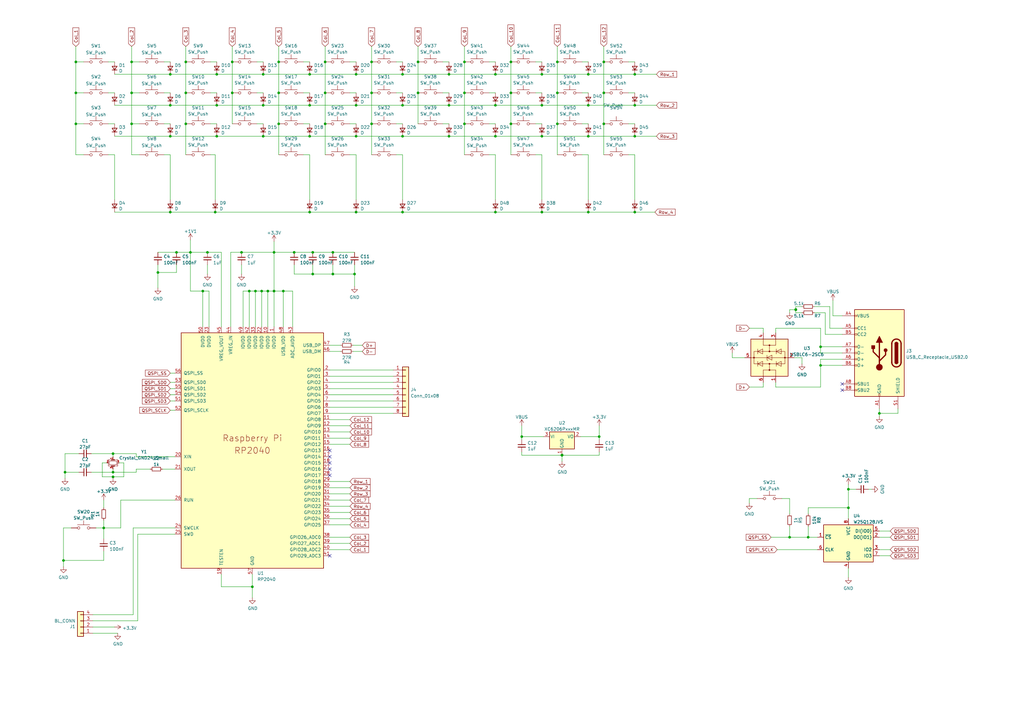
<source format=kicad_sch>
(kicad_sch (version 20211123) (generator eeschema)
  (paper "A3")
  (junction (at 241.3 55.88))
  (junction (at 245.745 179.07))
  (junction (at 247.65 25.4))
  (junction (at 323.85 220.345))
  (junction (at 171.45 25.4))
  (junction (at 127 86.995))
  (junction (at 127 30.48))
  (junction (at 31.115 25.4))
  (junction (at 146.05 30.48))
  (junction (at 76.2 50.8))
  (junction (at 109.855 119.38))
  (junction (at 114.3 50.8))
  (junction (at 88.265 86.995))
  (junction (at 120.65 103.505))
  (junction (at 260.35 43.18))
  (junction (at 26.035 229.87))
  (junction (at 152.4 38.1))
  (junction (at 213.995 179.07))
  (junction (at 222.25 55.88))
  (junction (at 203.2 30.48))
  (junction (at 127 43.18))
  (junction (at 69.85 30.48))
  (junction (at 116.205 119.38))
  (junction (at 203.2 86.995))
  (junction (at 146.05 86.995))
  (junction (at 331.47 220.345))
  (junction (at 102.235 119.38))
  (junction (at 165.1 30.48))
  (junction (at 69.85 86.995))
  (junction (at 165.1 86.995))
  (junction (at 247.65 50.8))
  (junction (at 241.3 43.18))
  (junction (at 230.505 186.69) (diameter 1.016))
  (junction (at 46.355 186.055))
  (junction (at 241.3 86.995))
  (junction (at 133.35 50.8))
  (junction (at 222.25 86.995))
  (junction (at 209.55 50.8))
  (junction (at 72.39 103.505))
  (junction (at 360.68 169.545))
  (junction (at 165.1 43.18))
  (junction (at 114.3 38.1))
  (junction (at 260.35 86.995))
  (junction (at 46.355 195.58))
  (junction (at 88.9 55.88))
  (junction (at 165.1 55.88))
  (junction (at 136.525 103.505))
  (junction (at 133.35 25.4))
  (junction (at 88.9 30.48))
  (junction (at 78.105 103.505))
  (junction (at 76.2 25.4))
  (junction (at 203.2 55.88))
  (junction (at 127 55.88))
  (junction (at 347.98 200.66))
  (junction (at 146.05 43.18))
  (junction (at 76.2 38.1))
  (junction (at 209.55 25.4))
  (junction (at 241.3 30.48))
  (junction (at 107.95 30.48))
  (junction (at 136.525 112.395))
  (junction (at 107.95 43.18))
  (junction (at 184.15 55.88))
  (junction (at 85.09 103.505))
  (junction (at 99.06 103.505))
  (junction (at 326.39 127) (diameter 1.016))
  (junction (at 83.185 119.38))
  (junction (at 228.6 38.1))
  (junction (at 103.505 240.665))
  (junction (at 247.65 38.1))
  (junction (at 133.35 38.1))
  (junction (at 69.85 43.18))
  (junction (at 53.975 25.4))
  (junction (at 347.98 208.28))
  (junction (at 190.5 25.4))
  (junction (at 46.355 193.675))
  (junction (at 146.05 55.88))
  (junction (at 228.6 50.8))
  (junction (at 64.77 111.76))
  (junction (at 88.9 43.18))
  (junction (at 107.95 55.88))
  (junction (at 128.27 112.395))
  (junction (at 145.415 112.395))
  (junction (at 336.55 149.86))
  (junction (at 128.27 103.505))
  (junction (at 31.115 38.1))
  (junction (at 203.2 43.18))
  (junction (at 209.55 38.1))
  (junction (at 95.25 38.1))
  (junction (at 114.3 25.4))
  (junction (at 336.55 142.24))
  (junction (at 190.5 38.1))
  (junction (at 260.35 30.48))
  (junction (at 222.25 30.48))
  (junction (at 190.5 50.8))
  (junction (at 31.115 50.8))
  (junction (at 53.975 50.8))
  (junction (at 152.4 25.4))
  (junction (at 260.35 55.88))
  (junction (at 95.25 25.4))
  (junction (at 42.545 216.535))
  (junction (at 112.395 119.38))
  (junction (at 107.315 119.38))
  (junction (at 184.15 30.48))
  (junction (at 152.4 50.8))
  (junction (at 53.975 38.1))
  (junction (at 26.67 193.675))
  (junction (at 222.25 43.18))
  (junction (at 112.395 103.505))
  (junction (at 69.85 55.88))
  (junction (at 104.775 119.38))
  (junction (at 228.6 25.4))
  (junction (at 171.45 38.1))
  (junction (at 184.15 43.18))
  (no_connect (at 345.44 160.02))
  (no_connect (at 135.255 184.785))
  (no_connect (at 135.255 192.405))
  (no_connect (at 135.255 194.945))
  (no_connect (at 345.44 157.48))
  (no_connect (at 135.255 187.325))
  (no_connect (at 135.255 189.865))
  (no_connect (at 135.255 227.965))
  (wire (pts (xy 135.255 182.245) (xy 143.51 182.245)))
  (wire (pts (xy 46.99 30.48) (xy 69.85 30.48)))
  (wire (pts (xy 307.34 206.375) (xy 307.34 204.47)))
  (wire (pts (xy 238.76 50.8) (xy 241.3 50.8)))
  (wire (pts (xy 143.51 220.345) (xy 135.255 220.345)))
  (wire (pts (xy 55.88 187.325) (xy 71.755 187.325)))
  (wire (pts (xy 326.39 125.73) (xy 326.39 127)))
  (wire (pts (xy 76.2 25.4) (xy 76.2 38.1)))
  (wire (pts (xy 143.51 174.625) (xy 135.255 174.625)))
  (wire (pts (xy 162.56 63.5) (xy 165.1 63.5)))
  (wire (pts (xy 133.35 25.4) (xy 133.35 38.1)))
  (wire (pts (xy 238.76 38.1) (xy 241.3 38.1)))
  (wire (pts (xy 161.29 159.385) (xy 135.255 159.385)))
  (wire (pts (xy 334.01 125.73) (xy 340.36 125.73)))
  (wire (pts (xy 67.31 25.4) (xy 69.85 25.4)))
  (wire (pts (xy 112.395 103.505) (xy 120.65 103.505)))
  (wire (pts (xy 120.65 112.395) (xy 128.27 112.395)))
  (wire (pts (xy 323.85 127) (xy 323.85 128.27)))
  (wire (pts (xy 53.975 25.4) (xy 57.15 25.4)))
  (wire (pts (xy 56.515 219.075) (xy 56.515 254.635)))
  (wire (pts (xy 64.77 111.76) (xy 64.77 118.11)))
  (wire (pts (xy 76.2 50.8) (xy 76.2 63.5)))
  (wire (pts (xy 200.66 50.8) (xy 203.2 50.8)))
  (wire (pts (xy 95.25 25.4) (xy 95.25 38.1)))
  (wire (pts (xy 114.3 38.1) (xy 114.3 50.8)))
  (wire (pts (xy 107.315 119.38) (xy 107.315 133.985)))
  (wire (pts (xy 148.59 144.145) (xy 144.78 144.145)))
  (wire (pts (xy 37.465 193.675) (xy 46.355 193.675)))
  (wire (pts (xy 99.695 119.38) (xy 102.235 119.38)))
  (wire (pts (xy 300.355 146.685) (xy 300.355 144.78)))
  (wire (pts (xy 102.235 119.38) (xy 102.235 133.985)))
  (wire (pts (xy 128.27 103.505) (xy 136.525 103.505)))
  (wire (pts (xy 53.975 19.05) (xy 53.975 25.4)))
  (wire (pts (xy 318.77 225.425) (xy 335.28 225.425)))
  (wire (pts (xy 26.67 186.055) (xy 26.67 193.675)))
  (wire (pts (xy 99.06 103.505) (xy 112.395 103.505)))
  (wire (pts (xy 46.355 193.675) (xy 55.88 193.675)))
  (wire (pts (xy 326.39 128.27) (xy 328.93 128.27)))
  (wire (pts (xy 69.85 86.995) (xy 88.265 86.995)))
  (wire (pts (xy 228.6 25.4) (xy 228.6 38.1)))
  (wire (pts (xy 165.1 86.995) (xy 203.2 86.995)))
  (wire (pts (xy 66.675 192.405) (xy 71.755 192.405)))
  (wire (pts (xy 146.05 30.48) (xy 165.1 30.48)))
  (wire (pts (xy 107.95 30.48) (xy 127 30.48)))
  (wire (pts (xy 54.61 252.095) (xy 54.61 216.535)))
  (wire (pts (xy 357.505 200.66) (xy 356.235 200.66)))
  (wire (pts (xy 146.05 63.5) (xy 146.05 81.915)))
  (wire (pts (xy 26.67 193.675) (xy 26.67 196.215)))
  (wire (pts (xy 112.395 119.38) (xy 116.205 119.38)))
  (wire (pts (xy 41.91 189.865) (xy 41.91 195.58)))
  (wire (pts (xy 67.31 63.5) (xy 69.85 63.5)))
  (wire (pts (xy 368.3 169.545) (xy 360.68 169.545)))
  (wire (pts (xy 165.1 43.18) (xy 184.15 43.18)))
  (wire (pts (xy 76.2 19.05) (xy 76.2 25.4)))
  (wire (pts (xy 190.5 25.4) (xy 190.5 38.1)))
  (wire (pts (xy 69.85 156.845) (xy 71.755 156.845)))
  (wire (pts (xy 181.61 50.8) (xy 184.15 50.8)))
  (wire (pts (xy 347.98 200.66) (xy 347.98 208.28)))
  (wire (pts (xy 86.36 63.5) (xy 88.265 63.5)))
  (wire (pts (xy 38.1 257.175) (xy 46.99 257.175)))
  (wire (pts (xy 148.59 141.605) (xy 144.78 141.605)))
  (wire (pts (xy 143.51 200.025) (xy 135.255 200.025)))
  (wire (pts (xy 88.9 30.48) (xy 107.95 30.48)))
  (wire (pts (xy 133.35 50.8) (xy 133.985 50.8)))
  (wire (pts (xy 219.71 25.4) (xy 222.25 25.4)))
  (wire (pts (xy 247.65 19.05) (xy 247.65 25.4)))
  (wire (pts (xy 323.85 210.82) (xy 323.85 204.47)))
  (wire (pts (xy 320.675 204.47) (xy 323.85 204.47)))
  (wire (pts (xy 336.55 142.24) (xy 336.55 134.62)))
  (wire (pts (xy 331.47 220.345) (xy 335.28 220.345)))
  (wire (pts (xy 124.46 38.1) (xy 127 38.1)))
  (wire (pts (xy 109.855 119.38) (xy 112.395 119.38)))
  (wire (pts (xy 116.205 119.38) (xy 116.205 133.985)))
  (wire (pts (xy 146.05 86.995) (xy 165.1 86.995)))
  (wire (pts (xy 67.31 38.1) (xy 69.85 38.1)))
  (wire (pts (xy 143.51 202.565) (xy 135.255 202.565)))
  (wire (pts (xy 323.85 215.9) (xy 323.85 220.345)))
  (wire (pts (xy 39.37 216.535) (xy 42.545 216.535)))
  (wire (pts (xy 184.15 55.88) (xy 203.2 55.88)))
  (wire (pts (xy 31.115 50.8) (xy 31.115 63.5)))
  (wire (pts (xy 318.135 134.62) (xy 318.135 136.525)))
  (wire (pts (xy 124.46 25.4) (xy 127 25.4)))
  (wire (pts (xy 31.115 38.1) (xy 31.115 50.8)))
  (wire (pts (xy 222.25 63.5) (xy 222.25 81.915)))
  (wire (pts (xy 323.85 220.345) (xy 331.47 220.345)))
  (wire (pts (xy 209.55 50.8) (xy 209.55 63.5)))
  (wire (pts (xy 104.775 119.38) (xy 104.775 133.985)))
  (wire (pts (xy 85.09 103.505) (xy 90.805 103.505)))
  (wire (pts (xy 31.115 25.4) (xy 34.29 25.4)))
  (wire (pts (xy 143.51 210.185) (xy 135.255 210.185)))
  (wire (pts (xy 69.85 63.5) (xy 69.85 81.915)))
  (wire (pts (xy 38.1 252.095) (xy 54.61 252.095)))
  (wire (pts (xy 146.05 55.88) (xy 165.1 55.88)))
  (wire (pts (xy 340.36 125.73) (xy 340.36 134.62)))
  (wire (pts (xy 107.95 55.88) (xy 127 55.88)))
  (wire (pts (xy 143.51 177.165) (xy 135.255 177.165)))
  (wire (pts (xy 107.95 43.18) (xy 127 43.18)))
  (wire (pts (xy 328.93 125.73) (xy 326.39 125.73)))
  (wire (pts (xy 69.85 168.275) (xy 71.755 168.275)))
  (wire (pts (xy 257.81 25.4) (xy 260.35 25.4)))
  (wire (pts (xy 105.41 38.1) (xy 107.95 38.1)))
  (wire (pts (xy 326.39 127) (xy 326.39 128.27)))
  (wire (pts (xy 260.35 43.18) (xy 269.24 43.18)))
  (wire (pts (xy 360.68 169.545) (xy 360.68 167.64)))
  (wire (pts (xy 139.7 144.145) (xy 135.255 144.145)))
  (wire (pts (xy 360.68 170.815) (xy 360.68 169.545)))
  (wire (pts (xy 83.185 119.38) (xy 85.725 119.38)))
  (wire (pts (xy 260.35 55.88) (xy 269.24 55.88)))
  (wire (pts (xy 46.355 195.58) (xy 46.355 196.215)))
  (wire (pts (xy 190.5 38.1) (xy 190.5 50.8)))
  (wire (pts (xy 313.055 156.845) (xy 313.055 158.75)))
  (wire (pts (xy 345.44 142.24) (xy 336.55 142.24)))
  (wire (pts (xy 209.55 19.05) (xy 209.55 25.4)))
  (wire (pts (xy 128.27 112.395) (xy 128.27 108.585)))
  (wire (pts (xy 340.36 134.62) (xy 345.44 134.62)))
  (wire (pts (xy 245.745 185.42) (xy 245.745 186.69)))
  (wire (pts (xy 127 55.88) (xy 146.05 55.88)))
  (wire (pts (xy 143.51 179.705) (xy 135.255 179.705)))
  (wire (pts (xy 203.2 63.5) (xy 203.2 81.915)))
  (wire (pts (xy 190.5 19.05) (xy 190.5 25.4)))
  (wire (pts (xy 116.205 119.38) (xy 120.015 119.38)))
  (wire (pts (xy 31.115 63.5) (xy 34.29 63.5)))
  (wire (pts (xy 90.805 103.505) (xy 90.805 133.985)))
  (wire (pts (xy 360.68 220.345) (xy 365.125 220.345)))
  (wire (pts (xy 247.65 38.1) (xy 247.65 50.8)))
  (wire (pts (xy 143.51 63.5) (xy 146.05 63.5)))
  (wire (pts (xy 345.44 149.86) (xy 336.55 149.86)))
  (wire (pts (xy 95.25 38.1) (xy 95.25 50.8)))
  (wire (pts (xy 136.525 112.395) (xy 145.415 112.395)))
  (wire (pts (xy 120.015 119.38) (xy 120.015 133.985)))
  (wire (pts (xy 241.3 63.5) (xy 241.3 81.915)))
  (wire (pts (xy 31.115 19.05) (xy 31.115 25.4)))
  (wire (pts (xy 360.68 225.425) (xy 365.125 225.425)))
  (wire (pts (xy 184.15 43.18) (xy 203.2 43.18)))
  (wire (pts (xy 44.45 50.8) (xy 46.99 50.8)))
  (wire (pts (xy 345.44 144.78) (xy 336.55 144.78)))
  (wire (pts (xy 135.255 169.545) (xy 161.29 169.545)))
  (wire (pts (xy 38.1 259.715) (xy 48.26 259.715)))
  (wire (pts (xy 336.55 158.75) (xy 318.135 158.75)))
  (wire (pts (xy 107.315 119.38) (xy 109.855 119.38)))
  (wire (pts (xy 200.66 25.4) (xy 203.2 25.4)))
  (wire (pts (xy 209.55 25.4) (xy 209.55 38.1)))
  (wire (pts (xy 46.355 195.58) (xy 50.8 195.58)))
  (wire (pts (xy 143.51 197.485) (xy 135.255 197.485)))
  (wire (pts (xy 162.56 25.4) (xy 165.1 25.4)))
  (wire (pts (xy 102.235 119.38) (xy 104.775 119.38)))
  (wire (pts (xy 78.105 103.505) (xy 85.09 103.505)))
  (wire (pts (xy 181.61 38.1) (xy 184.15 38.1)))
  (wire (pts (xy 50.8 195.58) (xy 50.8 189.865)))
  (wire (pts (xy 103.505 245.11) (xy 103.505 240.665)))
  (wire (pts (xy 241.3 86.995) (xy 260.35 86.995)))
  (wire (pts (xy 328.93 146.685) (xy 328.93 149.225)))
  (wire (pts (xy 44.45 38.1) (xy 46.99 38.1)))
  (wire (pts (xy 69.85 164.465) (xy 71.755 164.465)))
  (wire (pts (xy 76.2 38.1) (xy 76.2 50.8)))
  (wire (pts (xy 53.975 50.8) (xy 53.975 63.5)))
  (wire (pts (xy 345.44 129.54) (xy 341.63 129.54)))
  (wire (pts (xy 127 43.18) (xy 146.05 43.18)))
  (wire (pts (xy 124.46 50.8) (xy 127 50.8)))
  (wire (pts (xy 139.7 141.605) (xy 135.255 141.605)))
  (wire (pts (xy 347.98 236.855) (xy 347.98 233.045)))
  (wire (pts (xy 127 63.5) (xy 127 81.915)))
  (wire (pts (xy 133.35 19.05) (xy 133.35 25.4)))
  (wire (pts (xy 42.545 226.06) (xy 42.545 229.87)))
  (wire (pts (xy 54.61 216.535) (xy 71.755 216.535)))
  (wire (pts (xy 213.995 174.625) (xy 213.995 179.07)))
  (wire (pts (xy 46.355 186.055) (xy 55.88 186.055)))
  (wire (pts (xy 181.61 25.4) (xy 184.15 25.4)))
  (wire (pts (xy 222.25 86.995) (xy 241.3 86.995)))
  (wire (pts (xy 72.39 108.585) (xy 72.39 111.76)))
  (wire (pts (xy 103.505 240.665) (xy 103.505 235.585)))
  (wire (pts (xy 69.85 55.88) (xy 88.9 55.88)))
  (wire (pts (xy 86.36 50.8) (xy 88.9 50.8)))
  (wire (pts (xy 247.65 50.8) (xy 247.65 63.5)))
  (wire (pts (xy 37.465 186.055) (xy 46.355 186.055)))
  (wire (pts (xy 53.975 50.8) (xy 57.15 50.8)))
  (wire (pts (xy 161.29 161.925) (xy 135.255 161.925)))
  (wire (pts (xy 345.44 137.16) (xy 338.455 137.16)))
  (wire (pts (xy 307.34 158.75) (xy 313.055 158.75)))
  (wire (pts (xy 112.395 119.38) (xy 112.395 103.505)))
  (wire (pts (xy 120.65 112.395) (xy 120.65 108.585)))
  (wire (pts (xy 161.29 154.305) (xy 135.255 154.305)))
  (wire (pts (xy 213.995 180.34) (xy 213.995 179.07)))
  (wire (pts (xy 152.4 19.05) (xy 152.4 25.4)))
  (wire (pts (xy 143.51 207.645) (xy 135.255 207.645)))
  (wire (pts (xy 143.51 222.885) (xy 135.255 222.885)))
  (wire (pts (xy 360.68 227.965) (xy 365.125 227.965)))
  (wire (pts (xy 94.615 103.505) (xy 99.06 103.505)))
  (wire (pts (xy 331.47 208.28) (xy 347.98 208.28)))
  (wire (pts (xy 69.85 159.385) (xy 71.755 159.385)))
  (wire (pts (xy 69.85 43.18) (xy 88.9 43.18)))
  (wire (pts (xy 114.3 25.4) (xy 114.3 38.1)))
  (wire (pts (xy 347.98 200.66) (xy 351.155 200.66)))
  (wire (pts (xy 325.755 146.685) (xy 328.93 146.685)))
  (wire (pts (xy 26.67 193.675) (xy 32.385 193.675)))
  (wire (pts (xy 203.2 55.88) (xy 222.25 55.88)))
  (wire (pts (xy 53.975 38.1) (xy 57.15 38.1)))
  (wire (pts (xy 318.135 158.75) (xy 318.135 156.845)))
  (wire (pts (xy 133.35 50.8) (xy 133.35 63.5)))
  (wire (pts (xy 46.355 192.405) (xy 46.355 193.675)))
  (wire (pts (xy 213.995 179.07) (xy 222.885 179.07)))
  (wire (pts (xy 203.2 43.18) (xy 222.25 43.18)))
  (wire (pts (xy 53.975 25.4) (xy 53.975 38.1)))
  (wire (pts (xy 43.815 189.865) (xy 41.91 189.865)))
  (wire (pts (xy 241.3 30.48) (xy 260.35 30.48)))
  (wire (pts (xy 200.66 63.5) (xy 203.2 63.5)))
  (wire (pts (xy 222.25 30.48) (xy 241.3 30.48)))
  (wire (pts (xy 78.105 119.38) (xy 83.185 119.38)))
  (wire (pts (xy 213.995 185.42) (xy 213.995 186.69)))
  (wire (pts (xy 50.8 189.865) (xy 48.895 189.865)))
  (wire (pts (xy 219.71 38.1) (xy 222.25 38.1)))
  (wire (pts (xy 120.65 103.505) (xy 128.27 103.505)))
  (wire (pts (xy 90.805 235.585) (xy 90.805 240.665)))
  (wire (pts (xy 143.51 225.425) (xy 135.255 225.425)))
  (wire (pts (xy 209.55 38.1) (xy 209.55 50.8)))
  (wire (pts (xy 238.125 179.07) (xy 245.745 179.07)))
  (wire (pts (xy 143.51 212.725) (xy 135.255 212.725)))
  (wire (pts (xy 171.45 25.4) (xy 171.45 38.1)))
  (wire (pts (xy 165.1 55.88) (xy 184.15 55.88)))
  (wire (pts (xy 238.76 63.5) (xy 241.3 63.5)))
  (wire (pts (xy 360.68 217.805) (xy 365.125 217.805)))
  (wire (pts (xy 143.51 205.105) (xy 135.255 205.105)))
  (wire (pts (xy 213.995 186.69) (xy 230.505 186.69)))
  (wire (pts (xy 133.35 38.1) (xy 133.35 50.8)))
  (wire (pts (xy 55.88 192.405) (xy 55.88 193.675)))
  (wire (pts (xy 88.9 43.18) (xy 107.95 43.18)))
  (wire (pts (xy 260.35 30.48) (xy 269.24 30.48)))
  (wire (pts (xy 143.51 215.265) (xy 135.255 215.265)))
  (wire (pts (xy 336.55 144.78) (xy 336.55 142.24)))
  (wire (pts (xy 67.31 50.8) (xy 69.85 50.8)))
  (wire (pts (xy 257.81 50.8) (xy 260.35 50.8)))
  (wire (pts (xy 307.34 204.47) (xy 310.515 204.47)))
  (wire (pts (xy 190.5 50.8) (xy 190.5 63.5)))
  (wire (pts (xy 368.3 167.64) (xy 368.3 169.545)))
  (wire (pts (xy 136.525 103.505) (xy 145.415 103.505)))
  (wire (pts (xy 161.29 156.845) (xy 135.255 156.845)))
  (wire (pts (xy 44.45 25.4) (xy 46.99 25.4)))
  (wire (pts (xy 99.06 108.585) (xy 99.06 112.395)))
  (wire (pts (xy 83.185 133.985) (xy 83.185 119.38)))
  (wire (pts (xy 146.05 43.18) (xy 165.1 43.18)))
  (wire (pts (xy 336.55 147.32) (xy 345.44 147.32)))
  (wire (pts (xy 165.1 63.5) (xy 165.1 81.915)))
  (wire (pts (xy 26.035 232.41) (xy 26.035 229.87)))
  (wire (pts (xy 338.455 128.27) (xy 334.01 128.27)))
  (wire (pts (xy 228.6 50.8) (xy 228.6 63.5)))
  (wire (pts (xy 245.745 180.34) (xy 245.745 179.07)))
  (wire (pts (xy 127 86.995) (xy 146.05 86.995)))
  (wire (pts (xy 105.41 50.8) (xy 107.95 50.8)))
  (wire (pts (xy 336.55 134.62) (xy 318.135 134.62)))
  (wire (pts (xy 26.035 229.87) (xy 42.545 229.87)))
  (wire (pts (xy 86.36 25.4) (xy 88.9 25.4)))
  (wire (pts (xy 69.85 153.035) (xy 71.755 153.035)))
  (wire (pts (xy 72.39 111.76) (xy 64.77 111.76)))
  (wire (pts (xy 347.98 198.755) (xy 347.98 200.66)))
  (wire (pts (xy 112.395 103.505) (xy 112.395 99.06)))
  (wire (pts (xy 69.85 30.48) (xy 88.9 30.48)))
  (wire (pts (xy 305.435 146.685) (xy 300.355 146.685)))
  (wire (pts (xy 222.25 43.18) (xy 241.3 43.18)))
  (wire (pts (xy 331.47 210.82) (xy 331.47 208.28)))
  (wire (pts (xy 88.9 55.88) (xy 107.95 55.88)))
  (wire (pts (xy 336.55 149.86) (xy 336.55 147.32)))
  (wire (pts (xy 257.81 63.5) (xy 260.35 63.5)))
  (wire (pts (xy 114.3 50.8) (xy 114.3 63.5)))
  (wire (pts (xy 313.055 136.525) (xy 313.055 134.62)))
  (wire (pts (xy 127 30.48) (xy 146.05 30.48)))
  (wire (pts (xy 46.99 55.88) (xy 69.85 55.88)))
  (wire (pts (xy 85.09 108.585) (xy 85.09 112.395)))
  (wire (pts (xy 143.51 172.085) (xy 135.255 172.085)))
  (wire (pts (xy 112.395 119.38) (xy 112.395 133.985)))
  (wire (pts (xy 42.545 213.36) (xy 42.545 216.535)))
  (wire (pts (xy 32.385 186.055) (xy 26.67 186.055)))
  (wire (pts (xy 46.99 43.18) (xy 69.85 43.18)))
  (wire (pts (xy 49.53 216.535) (xy 42.545 216.535)))
  (wire (pts (xy 85.725 133.985) (xy 85.725 119.38)))
  (wire (pts (xy 260.35 86.995) (xy 268.605 86.995)))
  (wire (pts (xy 46.99 63.5) (xy 46.99 81.915)))
  (wire (pts (xy 341.63 123.19) (xy 341.63 129.54)))
  (wire (pts (xy 31.115 25.4) (xy 31.115 38.1)))
  (wire (pts (xy 78.105 98.425) (xy 78.105 103.505)))
  (wire (pts (xy 152.4 25.4) (xy 152.4 38.1)))
  (wire (pts (xy 88.265 63.5) (xy 88.265 81.915)))
  (wire (pts (xy 55.88 192.405) (xy 61.595 192.405)))
  (wire (pts (xy 162.56 50.8) (xy 165.1 50.8)))
  (wire (pts (xy 136.525 112.395) (xy 136.525 108.585)))
  (wire (pts (xy 86.36 38.1) (xy 88.9 38.1)))
  (wire (pts (xy 336.55 149.86) (xy 336.55 158.75)))
  (wire (pts (xy 219.71 50.8) (xy 222.25 50.8)))
  (wire (pts (xy 161.29 167.005) (xy 135.255 167.005)))
  (wire (pts (xy 241.3 55.88) (xy 260.35 55.88)))
  (wire (pts (xy 71.755 205.105) (xy 49.53 205.105)))
  (wire (pts (xy 228.6 38.1) (xy 228.6 50.8)))
  (wire (pts (xy 41.91 195.58) (xy 46.355 195.58)))
  (wire (pts (xy 245.745 186.69) (xy 230.505 186.69)))
  (wire (pts (xy 222.25 63.5) (xy 219.71 63.5)))
  (wire (pts (xy 46.99 86.995) (xy 69.85 86.995)))
  (wire (pts (xy 145.415 112.395) (xy 145.415 117.475)))
  (wire (pts (xy 109.855 119.38) (xy 109.855 133.985)))
  (wire (pts (xy 316.23 220.345) (xy 323.85 220.345)))
  (wire (pts (xy 26.035 216.535) (xy 29.21 216.535)))
  (wire (pts (xy 203.2 30.48) (xy 222.25 30.48)))
  (wire (pts (xy 49.53 205.105) (xy 49.53 216.535)))
  (wire (pts (xy 241.3 43.18) (xy 260.35 43.18)))
  (wire (pts (xy 55.88 186.055) (xy 55.88 187.325)))
  (wire (pts (xy 152.4 50.8) (xy 152.4 63.5)))
  (wire (pts (xy 124.46 63.5) (xy 127 63.5)))
  (wire (pts (xy 42.545 205.105) (xy 42.545 208.28)))
  (wire (pts (xy 42.545 216.535) (xy 42.545 220.98)))
  (wire (pts (xy 64.77 108.585) (xy 64.77 111.76)))
  (wire (pts (xy 347.98 208.28) (xy 347.98 212.725)))
  (wire (pts (xy 104.775 119.38) (xy 107.315 119.38)))
  (wire (pts (xy 230.505 189.23) (xy 230.505 186.69)))
  (wire (pts (xy 203.2 86.995) (xy 222.25 86.995)))
  (wire (pts (xy 95.25 19.05) (xy 95.25 25.4)))
  (wire (pts (xy 44.45 63.5) (xy 46.99 63.5)))
  (wire (pts (xy 184.15 30.48) (xy 203.2 30.48)))
  (wire (pts (xy 31.115 50.8) (xy 34.29 50.8)))
  (wire (pts (xy 31.115 38.1) (xy 34.29 38.1)))
  (wire (pts (xy 69.85 161.925) (xy 71.755 161.925)))
  (wire (pts (xy 88.265 86.995) (xy 127 86.995)))
  (wire (pts (xy 165.1 30.48) (xy 184.15 30.48)))
  (wire (pts (xy 145.415 112.395) (xy 145.415 108.585)))
  (wire (pts (xy 307.34 134.62) (xy 313.055 134.62)))
  (wire (pts (xy 331.47 215.9) (xy 331.47 220.345)))
  (wire (pts (xy 257.81 38.1) (xy 260.35 38.1)))
  (wire (pts (xy 238.76 25.4) (xy 241.3 25.4)))
  (wire (pts (xy 46.355 186.055) (xy 46.355 187.325)))
  (wire (pts (xy 162.56 38.1) (xy 165.1 38.1)))
  (wire (pts (xy 260.35 63.5) (xy 260.35 81.915)))
  (wire (pts (xy 143.51 38.1) (xy 146.05 38.1)))
  (wire (pts (xy 71.755 219.075) (xy 56.515 219.075)))
  (wire (pts (xy 171.45 19.05) (xy 171.45 25.4)))
  (wire (pts (xy 161.29 164.465) (xy 135.255 164.465)))
  (wire (pts (xy 338.455 137.16) (xy 338.455 128.27)))
  (wire (pts (xy 135.255 151.765) (xy 161.29 151.765)))
  (wire (pts (xy 114.3 19.05) (xy 114.3 25.4)))
  (wire (pts (xy 247.65 25.4) (xy 247.65 38.1)))
  (wire (pts (xy 90.805 240.665) (xy 103.505 240.665)))
  (wire (pts (xy 171.45 38.1) (xy 171.45 50.8)))
  (wire (pts (xy 128.27 112.395) (xy 136.525 112.395)))
  (wire (pts (xy 228.6 19.05) (xy 228.6 25.4)))
  (wire (pts (xy 152.4 38.1) (xy 152.4 50.8)))
  (wire (pts (xy 245.745 174.625) (xy 245.745 179.07)))
  (wire (pts (xy 78.105 103.505) (xy 78.105 119.38)))
  (wire (pts (xy 64.77 103.505) (xy 72.39 103.505)))
  (wire (pts (xy 200.66 38.1) (xy 203.2 38.1)))
  (wire (pts (xy 222.25 55.88) (xy 241.3 55.88)))
  (wire (pts (xy 143.51 50.8) (xy 146.05 50.8)))
  (wire (pts (xy 38.1 254.635) (xy 56.515 254.635)))
  (wire (pts (xy 72.39 103.505) (xy 78.105 103.505)))
  (wire (pts (xy 94.615 103.505) (xy 94.615 133.985)))
  (wire (pts (xy 53.975 63.5) (xy 57.15 63.5)))
  (wire (pts (xy 99.695 133.985) (xy 99.695 119.38)))
  (wire (pts (xy 143.51 25.4) (xy 146.05 25.4)))
  (wire (pts (xy 326.39 127) (xy 323.85 127)))
  (wire (pts (xy 105.41 25.4) (xy 107.95 25.4)))
  (wire (pts (xy 26.035 229.87) (xy 26.035 216.535)))
  (wire (pts (xy 53.975 38.1) (xy 53.975 50.8)))
  (global_label "QSPI_SCLK" (shape input) (at 69.85 168.275 180) (property "Intersheet References" "${INTERSHEET_REFS}" (effects hide)))
  (global_label "QSPI_SD0" (shape input) (at 365.125 217.805 0) (property "Intersheet References" "${INTERSHEET_REFS}" (effects hide)))
  (global_label "QSPI_SD1" (shape input) (at 365.125 220.345 0) (property "Intersheet References" "${INTERSHEET_REFS}" (effects hide)))
  (global_label "Col_9" (shape input) (at 143.51 179.705 0) (property "Intersheet References" "${INTERSHEET_REFS}" (effects hide)))
  (global_label "Row_2" (shape input) (at 143.51 200.025 0) (property "Intersheet References" "${INTERSHEET_REFS}" (effects hide)))
  (global_label "Col_10" (shape input) (at 143.51 177.165 0) (property "Intersheet References" "${INTERSHEET_REFS}" (effects hide)))
  (global_label "Col_4" (shape input) (at 143.51 215.265 0) (property "Intersheet References" "${INTERSHEET_REFS}" (effects hide)))
  (global_label "Col_7" (shape input) (at 143.51 205.105 0) (property "Intersheet References" "${INTERSHEET_REFS}" (effects hide)))
  (global_label "Row_1" (shape input) (at 143.51 197.485 0) (property "Intersheet References" "${INTERSHEET_REFS}" (effects hide)))
  (global_label "Row_1" (shape input) (at 269.24 30.48 0) (property "Intersheet References" "${INTERSHEET_REFS}" (effects hide)))
  (global_label "QSPI_SS" (shape input) (at 316.23 220.345 180) (property "Intersheet References" "${INTERSHEET_REFS}" (effects hide)))
  (global_label "QSPI_SD2" (shape input) (at 69.85 161.925 180) (property "Intersheet References" "${INTERSHEET_REFS}" (effects hide)))
  (global_label "QSPI_SD1" (shape input) (at 69.85 159.385 180) (property "Intersheet References" "${INTERSHEET_REFS}" (effects hide)))
  (global_label "Col_12" (shape input) (at 247.65 19.05 90) (property "Intersheet References" "${INTERSHEET_REFS}" (effects hide)))
  (global_label "QSPI_SD3" (shape input) (at 69.85 164.465 180) (property "Intersheet References" "${INTERSHEET_REFS}" (effects hide)))
  (global_label "Row_2" (shape input) (at 269.24 43.18 0) (property "Intersheet References" "${INTERSHEET_REFS}" (effects hide)))
  (global_label "Col_12" (shape input) (at 143.51 172.085 0) (property "Intersheet References" "${INTERSHEET_REFS}" (effects hide)))
  (global_label "D+" (shape input) (at 148.59 141.605 0) (property "Intersheet References" "${INTERSHEET_REFS}" (effects hide)))
  (global_label "Col_3" (shape input) (at 76.2 19.05 90) (property "Intersheet References" "${INTERSHEET_REFS}" (effects hide)))
  (global_label "Col_4" (shape input) (at 95.25 19.05 90) (property "Intersheet References" "${INTERSHEET_REFS}" (effects hide)))
  (global_label "Col_2" (shape input) (at 143.51 222.885 0) (property "Intersheet References" "${INTERSHEET_REFS}" (effects hide)))
  (global_label "Row_4" (shape input) (at 268.605 86.995 0) (property "Intersheet References" "${INTERSHEET_REFS}" (effects hide)))
  (global_label "Col_8" (shape input) (at 171.45 19.05 90) (property "Intersheet References" "${INTERSHEET_REFS}" (effects hide)))
  (global_label "D+" (shape input) (at 307.34 158.75 180) (property "Intersheet References" "${INTERSHEET_REFS}" (effects hide)))
  (global_label "Col_1" (shape input) (at 31.115 19.05 90) (property "Intersheet References" "${INTERSHEET_REFS}" (effects hide)))
  (global_label "Row_4" (shape input) (at 143.51 207.645 0) (property "Intersheet References" "${INTERSHEET_REFS}" (effects hide)))
  (global_label "QSPI_SD0" (shape input) (at 69.85 156.845 180) (property "Intersheet References" "${INTERSHEET_REFS}" (effects hide)))
  (global_label "Col_11" (shape input) (at 143.51 174.625 0) (property "Intersheet References" "${INTERSHEET_REFS}" (effects hide)))
  (global_label "Col_7" (shape input) (at 152.4 19.05 90) (property "Intersheet References" "${INTERSHEET_REFS}" (effects hide)))
  (global_label "Row_3" (shape input) (at 269.24 55.88 0) (property "Intersheet References" "${INTERSHEET_REFS}" (effects hide)))
  (global_label "D-" (shape input) (at 148.59 144.145 0) (property "Intersheet References" "${INTERSHEET_REFS}" (effects hide)))
  (global_label "Col_6" (shape input) (at 143.51 210.185 0) (property "Intersheet References" "${INTERSHEET_REFS}" (effects hide)))
  (global_label "Col_3" (shape input) (at 143.51 220.345 0) (property "Intersheet References" "${INTERSHEET_REFS}" (effects hide)))
  (global_label "Col_2" (shape input) (at 53.975 19.05 90) (property "Intersheet References" "${INTERSHEET_REFS}" (effects hide)))
  (global_label "QSPI_SD2" (shape input) (at 365.125 225.425 0) (property "Intersheet References" "${INTERSHEET_REFS}" (effects hide)))
  (global_label "Col_10" (shape input) (at 209.55 19.05 90) (property "Intersheet References" "${INTERSHEET_REFS}" (effects hide)))
  (global_label "QSPI_SS" (shape input) (at 69.85 153.035 180) (property "Intersheet References" "${INTERSHEET_REFS}" (effects hide)))
  (global_label "QSPI_SD3" (shape input) (at 365.125 227.965 0) (property "Intersheet References" "${INTERSHEET_REFS}" (effects hide)))
  (global_label "Col_5" (shape input) (at 143.51 212.725 0) (property "Intersheet References" "${INTERSHEET_REFS}" (effects hide)))
  (global_label "D-" (shape input) (at 307.34 134.62 180) (property "Intersheet References" "${INTERSHEET_REFS}" (effects hide)))
  (global_label "Row_3" (shape input) (at 143.51 202.565 0) (property "Intersheet References" "${INTERSHEET_REFS}" (effects hide)))
  (global_label "Col_5" (shape input) (at 114.3 19.05 90) (property "Intersheet References" "${INTERSHEET_REFS}" (effects hide)))
  (global_label "Col_11" (shape input) (at 228.6 19.05 90) (property "Intersheet References" "${INTERSHEET_REFS}" (effects hide)))
  (global_label "Col_9" (shape input) (at 190.5 19.05 90) (property "Intersheet References" "${INTERSHEET_REFS}" (effects hide)))
  (global_label "QSPI_SCLK" (shape input) (at 318.77 225.425 180) (property "Intersheet References" "${INTERSHEET_REFS}" (effects hide)))
  (global_label "Col_8" (shape input) (at 143.51 182.245 0) (property "Intersheet References" "${INTERSHEET_REFS}" (effects hide)))
  (global_label "Col_6" (shape input) (at 133.35 19.05 90) (property "Intersheet References" "${INTERSHEET_REFS}" (effects hide)))
  (global_label "Col_1" (shape input) (at 143.51 225.425 0) (property "Intersheet References" "${INTERSHEET_REFS}" (effects hide)))
  (symbol (lib_id "Device:R_Small") (at 142.24 144.145 90) (unit 1)
    (property "Reference" "R4" (at 142.24 148.59 90))
    (property "Value" "27R" (at 142.24 146.685 90))
    (property "Footprint" "weteor:R_0402_HandSolder" (effects hide))
  )
  (symbol (lib_id "Device:C_Small") (at 136.525 106.045 0) (unit 1)
    (property "Reference" "C10" (at 138.8491 105.2166 0) (effects (justify left)))
    (property "Value" "100nF" (at 138.8491 107.7535 0) (effects (justify left)))
    (property "Footprint" "weteor:C_0402_HandSolder" (effects hide))
  )
  (symbol (lib_id "power:VBUS") (at 300.355 144.78 0) (unit 1)
    (property "Reference" "#PWR018" (effects hide))
    (property "Value" "VBUS" (at 300.355 141.2042 0))
  )
  (symbol (lib_id "Device:D_Small") (at 107.95 40.64 90) (unit 1)
    (property "Reference" "D14" (at 109.728 39.4716 90) (effects (justify right)))
    (property "Value" "D" (at 109.728 41.783 90) (effects (justify right)))
    (property "Footprint" "weteor:D_SOD-123" (effects hide))
  )
  (symbol (lib_id "Switch:SW_Push") (at 81.28 25.4 0) (unit 1)
    (property "Reference" "SW9" (at 81.28 18.7792 0))
    (property "Value" "SW_Push" (at 81.28 21.3161 0))
    (property "Footprint" "weteor:ChocV1_V2_Hotswap" (effects hide))
  )
  (symbol (lib_id "Device:D_Small") (at 241.3 84.455 90) (unit 1)
    (property "Reference" "D42" (at 243.078 83.2866 90) (effects (justify right)))
    (property "Value" "D" (at 243.078 85.598 90) (effects (justify right)))
    (property "Footprint" "weteor:D_SOD-123" (effects hide))
  )
  (symbol (lib_id "Switch:SW_Push") (at 119.38 50.8 0) (unit 1)
    (property "Reference" "SW18" (at 119.38 44.1792 0))
    (property "Value" "SW_Push" (at 119.38 46.7161 0))
    (property "Footprint" "weteor:ChocV1_V2_Hotswap" (effects hide))
  )
  (symbol (lib_id "Switch:SW_Push") (at 100.33 50.8 0) (unit 1)
    (property "Reference" "SW15" (at 100.33 44.1792 0))
    (property "Value" "SW_Push" (at 100.33 46.7161 0))
    (property "Footprint" "weteor:ChocV1_V2_Hotswap" (effects hide))
  )
  (symbol (lib_id "Switch:SW_Push") (at 62.23 63.5 0) (unit 1)
    (property "Reference" "SW8" (at 62.23 56.8792 0))
    (property "Value" "SW_Push" (at 62.23 59.69 0))
    (property "Footprint" "weteor:ChocV1_V2_Hotswap" (effects hide))
  )
  (symbol (lib_id "Device:D_Small") (at 165.1 27.94 90) (unit 1)
    (property "Reference" "D24" (at 166.878 26.7716 90) (effects (justify right)))
    (property "Value" "D" (at 166.878 29.083 90) (effects (justify right)))
    (property "Footprint" "weteor:D_SOD-123" (effects hide))
  )
  (symbol (lib_id "Device:D_Small") (at 146.05 84.455 90) (unit 1)
    (property "Reference" "D23" (at 147.828 83.2866 90) (effects (justify right)))
    (property "Value" "D" (at 147.828 85.598 90) (effects (justify right)))
    (property "Footprint" "weteor:D_SOD-123" (effects hide))
  )
  (symbol (lib_id "Device:D_Small") (at 222.25 40.64 90) (unit 1)
    (property "Reference" "D36" (at 224.028 39.4716 90) (effects (justify right)))
    (property "Value" "D" (at 224.028 41.783 90) (effects (justify right)))
    (property "Footprint" "weteor:D_SOD-123" (effects hide))
  )
  (symbol (lib_id "Device:D_Small") (at 203.2 40.64 90) (unit 1)
    (property "Reference" "D33" (at 204.978 39.4716 90) (effects (justify right)))
    (property "Value" "D" (at 204.978 41.783 90) (effects (justify right)))
    (property "Footprint" "weteor:D_SOD-123" (effects hide))
  )
  (symbol (lib_id "Switch:SW_Push") (at 81.28 50.8 0) (unit 1)
    (property "Reference" "SW11" (at 81.28 44.1792 0))
    (property "Value" "SW_Push" (at 81.28 46.7161 0))
    (property "Footprint" "weteor:ChocV1_V2_Hotswap" (effects hide))
  )
  (symbol (lib_id "Device:C_Small") (at 353.695 200.66 90) (unit 1)
    (property "Reference" "C14" (at 352.8666 198.3359 0) (effects (justify left)))
    (property "Value" "100nF" (at 355.4035 198.3359 0) (effects (justify left)))
    (property "Footprint" "weteor:C_0402_HandSolder" (effects hide))
  )
  (symbol (lib_id "Switch:SW_Push") (at 119.38 63.5 0) (unit 1)
    (property "Reference" "SW29" (at 119.38 56.8792 0))
    (property "Value" "SW_Push" (at 119.38 59.4161 0))
    (property "Footprint" "weteor:ChocV1_V2_Hotswap_2u" (effects hide))
  )
  (symbol (lib_id "Switch:SW_Push") (at 62.23 50.8 0) (unit 1)
    (property "Reference" "SW7" (at 62.23 44.1792 0))
    (property "Value" "SW_Push" (at 62.23 46.99 0))
    (property "Footprint" "weteor:ChocV1_V2_Hotswap" (effects hide))
  )
  (symbol (lib_id "Switch:SW_Push") (at 157.48 50.8 0) (unit 1)
    (property "Reference" "SW32" (at 157.48 44.1792 0))
    (property "Value" "SW_Push" (at 157.48 46.7161 0))
    (property "Footprint" "weteor:ChocV1_V2_Hotswap" (effects hide))
  )
  (symbol (lib_id "Device:R_Small") (at 64.135 192.405 90) (unit 1)
    (property "Reference" "R2" (at 64.135 187.9686 90))
    (property "Value" "1k" (at 64.135 190.5055 90))
    (property "Footprint" "weteor:R_0402_HandSolder" (effects hide))
  )
  (symbol (lib_id "Device:C_Small") (at 120.65 106.045 0) (unit 1)
    (property "Reference" "C8" (at 122.9741 105.2166 0) (effects (justify left)))
    (property "Value" "100nF" (at 122.9741 107.7535 0) (effects (justify left)))
    (property "Footprint" "weteor:C_0402_HandSolder" (effects hide))
  )
  (symbol (lib_id "Device:D_Small") (at 184.15 53.34 90) (unit 1)
    (property "Reference" "D30" (at 185.928 52.1716 90) (effects (justify right)))
    (property "Value" "D" (at 185.928 54.483 90) (effects (justify right)))
    (property "Footprint" "weteor:D_SOD-123" (effects hide))
  )
  (symbol (lib_id "Switch:SW_Push") (at 119.38 38.1 0) (unit 1)
    (property "Reference" "SW17" (at 119.38 31.4792 0))
    (property "Value" "SW_Push" (at 119.38 34.0161 0))
    (property "Footprint" "weteor:ChocV1_V2_Hotswap" (effects hide))
  )
  (symbol (lib_id "Switch:SW_Push") (at 138.43 25.4 0) (unit 1)
    (property "Reference" "SW23" (at 138.43 18.7792 0))
    (property "Value" "SW_Push" (at 138.43 21.3161 0))
    (property "Footprint" "weteor:ChocV1_V2_Hotswap" (effects hide))
  )
  (symbol (lib_id "Device:D_Small") (at 241.3 40.64 90) (unit 1)
    (property "Reference" "D40" (at 243.078 39.4716 90) (effects (justify right)))
    (property "Value" "D" (at 243.078 41.783 90) (effects (justify right)))
    (property "Footprint" "weteor:D_SOD-123" (effects hide))
  )
  (symbol (lib_id "Connector_Generic:Conn_01x04") (at 33.02 257.175 180) (unit 1)
    (property "Reference" "J1" (at 30.988 256.9718 0) (effects (justify left)))
    (property "Value" "BL_CONN" (at 30.988 254.6604 0) (effects (justify left)))
    (property "Footprint" "Connector_PinHeader_2.54mm:PinHeader_1x04_P2.54mm_Vertical" (effects hide))
  )
  (symbol (lib_id "power:GND") (at 46.355 196.215 0) (unit 1)
    (property "Reference" "#PWR027" (effects hide))
    (property "Value" "GND" (at 46.355 200.6584 0))
  )
  (symbol (lib_id "Device:C_Small") (at 99.06 106.045 0) (unit 1)
    (property "Reference" "C7" (at 101.3841 105.2166 0) (effects (justify left)))
    (property "Value" "1uF" (at 101.3841 107.7535 0) (effects (justify left)))
    (property "Footprint" "weteor:C_0402_HandSolder" (effects hide))
  )
  (symbol (lib_id "Switch:SW_Push") (at 62.23 25.4 0) (unit 1)
    (property "Reference" "SW5" (at 62.23 18.7792 0))
    (property "Value" "SW_Push" (at 62.23 21.59 0))
    (property "Footprint" "weteor:ChocV1_V2_Hotswap" (effects hide))
  )
  (symbol (lib_id "power:+3.3V") (at 42.545 205.105 0) (unit 1)
    (property "Reference" "#PWR03" (effects hide))
    (property "Value" "+3.3V" (at 42.545 201.5292 0))
  )
  (symbol (lib_id "power:GND") (at 103.505 245.11 0) (unit 1)
    (property "Reference" "#PWR010" (effects hide))
    (property "Value" "GND" (at 103.632 249.5042 0))
  )
  (symbol (lib_id "Device:D_Small") (at 260.35 84.455 90) (unit 1)
    (property "Reference" "D46" (at 262.128 83.2866 90) (effects (justify right)))
    (property "Value" "D" (at 262.128 85.598 90) (effects (justify right)))
    (property "Footprint" "weteor:D_SOD-123" (effects hide))
  )
  (symbol (lib_id "Switch:SW_Push") (at 34.29 216.535 0) (unit 1)
    (property "Reference" "SW20" (at 34.29 209.9142 0))
    (property "Value" "SW_Push" (at 34.29 212.4511 0))
    (property "Footprint" "weteor:Micro_Push_Button_3x6x2.5mm" (effects hide))
  )
  (symbol (lib_id "Device:D_Small") (at 88.9 40.64 90) (unit 1)
    (property "Reference" "D11" (at 90.678 39.4716 90) (effects (justify right)))
    (property "Value" "D" (at 90.678 41.783 90) (effects (justify right)))
    (property "Footprint" "weteor:D_SOD-123" (effects hide))
  )
  (symbol (lib_id "Switch:SW_Push") (at 100.33 25.4 0) (unit 1)
    (property "Reference" "SW13" (at 100.33 18.7792 0))
    (property "Value" "SW_Push" (at 100.33 21.3161 0))
    (property "Footprint" "weteor:ChocV1_V2_Hotswap" (effects hide))
  )
  (symbol (lib_id "Switch:SW_Push") (at 138.43 50.8 0) (unit 1)
    (property "Reference" "SW25" (at 138.43 44.1792 0))
    (property "Value" "SW_Push" (at 138.43 46.7161 0))
    (property "Footprint" "weteor:ChocV1_V2_Hotswap" (effects hide))
  )
  (symbol (lib_id "Device:D_Small") (at 88.9 27.94 90) (unit 1)
    (property "Reference" "D10" (at 90.678 26.7716 90) (effects (justify right)))
    (property "Value" "D" (at 90.678 29.083 90) (effects (justify right)))
    (property "Footprint" "weteor:D_SOD-123" (effects hide))
  )
  (symbol (lib_id "Switch:SW_Push") (at 214.63 50.8 0) (unit 1)
    (property "Reference" "SW46" (at 214.63 44.1792 0))
    (property "Value" "SW_Push" (at 214.63 46.7161 0))
    (property "Footprint" "weteor:ChocV1_V2_Hotswap" (effects hide))
  )
  (symbol (lib_id "Power_Protection:USBLC6-2SC6") (at 315.595 146.685 90) (unit 1)
    (property "Reference" "U3" (at 330.9507 142.8583 90))
    (property "Value" "USBLC6-2SC6" (at 330.9507 145.3952 90))
    (property "Footprint" "Package_TO_SOT_SMD:SOT-23-6" (effects hide))
    (property "Datasheet" "https://www.st.com/resource/en/datasheet/usblc6-2.pdf" (effects hide))
  )
  (symbol (lib_id "Device:D_Small") (at 69.85 84.455 90) (unit 1)
    (property "Reference" "D8" (at 71.628 83.2866 90) (effects (justify right)))
    (property "Value" "D" (at 71.628 85.598 90) (effects (justify right)))
    (property "Footprint" "weteor:D_SOD-123" (effects hide))
  )
  (symbol (lib_id "Switch:SW_Push") (at 195.58 38.1 0) (unit 1)
    (property "Reference" "SW42" (at 195.58 31.4792 0))
    (property "Value" "SW_Push" (at 195.58 34.0161 0))
    (property "Footprint" "weteor:ChocV1_V2_Hotswap" (effects hide))
  )
  (symbol (lib_id "Device:R_Small") (at 331.47 213.36 180) (unit 1)
    (property "Reference" "R8" (at 335.915 213.36 90))
    (property "Value" "10k" (at 334.01 213.36 90))
    (property "Footprint" "weteor:R_0402_HandSolder" (effects hide))
  )
  (symbol (lib_id "Device:D_Small") (at 203.2 84.455 90) (unit 1)
    (property "Reference" "D48" (at 204.978 83.2866 90) (effects (justify right)))
    (property "Value" "D" (at 204.978 85.598 90) (effects (justify right)))
    (property "Footprint" "weteor:D_SOD-123" (effects hide))
  )
  (symbol (lib_id "Switch:SW_Push") (at 157.48 63.5 0) (unit 1)
    (property "Reference" "SW33" (at 157.48 56.8792 0))
    (property "Value" "SW_Push" (at 157.48 59.4161 0))
    (property "Footprint" "weteor:ChocV1_V2_Hotswap" (effects hide))
  )
  (symbol (lib_id "power:+3.3V") (at 112.395 99.06 0) (unit 1)
    (property "Reference" "#PWR011" (effects hide))
    (property "Value" "+3.3V" (at 112.395 95.4842 0))
  )
  (symbol (lib_id "power:VBUS") (at 341.63 123.19 0) (unit 1)
    (property "Reference" "#PWR022" (effects hide))
    (property "Value" "VBUS" (at 341.63 119.6142 0))
  )
  (symbol (lib_id "Device:R_Small") (at 142.24 141.605 90) (unit 1)
    (property "Reference" "R3" (at 142.24 137.1686 90))
    (property "Value" "27R" (at 142.24 139.7055 90))
    (property "Footprint" "weteor:R_0402_HandSolder" (effects hide))
  )
  (symbol (lib_id "power:+1V1") (at 78.105 98.425 0) (unit 1)
    (property "Reference" "#PWR07" (effects hide))
    (property "Value" "+1V1" (at 78.105 94.8492 0))
  )
  (symbol (lib_id "Device:D_Small") (at 69.85 53.34 90) (unit 1)
    (property "Reference" "D7" (at 71.628 52.1716 90) (effects (justify right)))
    (property "Value" "D" (at 71.628 54.483 90) (effects (justify right)))
    (property "Footprint" "weteor:D_SOD-123" (effects hide))
  )
  (symbol (lib_id "Device:R_Small") (at 331.47 128.27 270) (unit 1)
    (property "Reference" "R7" (at 335.28 129.54 90))
    (property "Value" "5.1k" (at 327.66 129.54 90))
    (property "Footprint" "weteor:R_0402_HandSolder" (effects hide))
  )
  (symbol (lib_id "Switch:SW_Push") (at 157.48 38.1 0) (unit 1)
    (property "Reference" "SW31" (at 157.48 31.4792 0))
    (property "Value" "SW_Push" (at 157.48 34.0161 0))
    (property "Footprint" "weteor:ChocV1_V2_Hotswap" (effects hide))
  )
  (symbol (lib_id "power:GND") (at 307.34 206.375 0) (unit 1)
    (property "Reference" "#PWR019" (effects hide))
    (property "Value" "GND" (at 307.34 210.8184 0))
  )
  (symbol (lib_id "Switch:SW_Push") (at 176.53 25.4 0) (unit 1)
    (property "Reference" "SW37" (at 176.53 18.7792 0))
    (property "Value" "SW_Push" (at 176.53 21.3161 0))
    (property "Footprint" "weteor:ChocV1_V2_Hotswap" (effects hide))
  )
  (symbol (lib_id "Switch:SW_Push") (at 157.48 25.4 0) (unit 1)
    (property "Reference" "SW30" (at 157.48 18.7792 0))
    (property "Value" "SW_Push" (at 157.48 21.3161 0))
    (property "Footprint" "weteor:ChocV1_V2_Hotswap" (effects hide))
  )
  (symbol (lib_id "Switch:SW_Push") (at 39.37 25.4 0) (unit 1)
    (property "Reference" "SW1" (at 39.37 18.7792 0))
    (property "Value" "SW_Push" (at 39.37 21.59 0))
    (property "Footprint" "weteor:ChocV1_V2_Hotswap" (effects hide))
  )
  (symbol (lib_id "Switch:SW_Push") (at 214.63 25.4 0) (unit 1)
    (property "Reference" "SW44" (at 214.63 18.7792 0))
    (property "Value" "SW_Push" (at 214.63 21.3161 0))
    (property "Footprint" "weteor:ChocV1_V2_Hotswap" (effects hide))
  )
  (symbol (lib_id "Switch:SW_Push") (at 195.58 63.5 0) (unit 1)
    (property "Reference" "SW34" (at 195.58 56.8792 0))
    (property "Value" "SW_Push" (at 195.58 59.69 0))
    (property "Footprint" "weteor:ChocV1_V2_Hotswap_2u" (effects hide))
  )
  (symbol (lib_id "Switch:SW_Push") (at 138.43 38.1 0) (unit 1)
    (property "Reference" "SW24" (at 138.43 31.4792 0))
    (property "Value" "SW_Push" (at 138.43 34.0161 0))
    (property "Footprint" "weteor:ChocV1_V2_Hotswap" (effects hide))
  )
  (symbol (lib_id "Device:D_Small") (at 69.85 27.94 90) (unit 1)
    (property "Reference" "D5" (at 71.628 26.7716 90) (effects (justify right)))
    (property "Value" "D" (at 71.628 29.083 90) (effects (justify right)))
    (property "Footprint" "weteor:D_SOD-123" (effects hide))
  )
  (symbol (lib_id "Device:R_Small") (at 323.85 213.36 180) (unit 1)
    (property "Reference" "R5" (at 328.295 213.36 90))
    (property "Value" "1k" (at 326.39 213.36 90))
    (property "Footprint" "weteor:R_0402_HandSolder" (effects hide))
  )
  (symbol (lib_id "Switch:SW_Push") (at 195.58 25.4 0) (unit 1)
    (property "Reference" "SW41" (at 195.58 18.7792 0))
    (property "Value" "SW_Push" (at 195.58 21.3161 0))
    (property "Footprint" "weteor:ChocV1_V2_Hotswap" (effects hide))
  )
  (symbol (lib_id "power:GND") (at 48.26 259.715 0) (unit 1)
    (property "Reference" "#PWR05" (effects hide))
    (property "Value" "GND" (at 48.387 264.1092 0))
  )
  (symbol (lib_id "Device:D_Small") (at 184.15 40.64 90) (unit 1)
    (property "Reference" "D29" (at 185.928 39.4716 90) (effects (justify right)))
    (property "Value" "D" (at 185.928 41.783 90) (effects (justify right)))
    (property "Footprint" "weteor:D_SOD-123" (effects hide))
  )
  (symbol (lib_id "power:GND") (at 99.06 112.395 0) (unit 1)
    (property "Reference" "#PWR09" (effects hide))
    (property "Value" "GND" (at 99.06 116.8384 0))
  )
  (symbol (lib_id "Switch:SW_Push") (at 233.68 63.5 0) (unit 1)
    (property "Reference" "SW51" (at 233.68 56.8792 0))
    (property "Value" "SW_Push" (at 233.68 59.4161 0))
    (property "Footprint" "weteor:ChocV1_V2_Hotswap" (effects hide))
  )
  (symbol (lib_id "Device:D_Small") (at 260.35 27.94 90) (unit 1)
    (property "Reference" "D43" (at 262.128 26.7716 90) (effects (justify right)))
    (property "Value" "D" (at 262.128 29.083 90) (effects (justify right)))
    (property "Footprint" "weteor:D_SOD-123" (effects hide))
  )
  (symbol (lib_id "Device:C_Small") (at 34.925 193.675 90) (unit 1)
    (property "Reference" "C2" (at 34.9313 188.4131 90))
    (property "Value" "27pF" (at 34.9313 190.95 90))
    (property "Footprint" "weteor:C_0402_HandSolder" (effects hide))
  )
  (symbol (lib_id "Device:D_Small") (at 184.15 27.94 90) (unit 1)
    (property "Reference" "D28" (at 185.928 26.7716 90) (effects (justify right)))
    (property "Value" "D" (at 185.928 29.083 90) (effects (justify right)))
    (property "Footprint" "weteor:D_SOD-123" (effects hide))
  )
  (symbol (lib_id "Device:D_Small") (at 46.99 84.455 90) (unit 1)
    (property "Reference" "D4" (at 48.768 83.2866 90) (effects (justify right)))
    (property "Value" "D" (at 48.768 85.598 90) (effects (justify right)))
    (property "Footprint" "weteor:D_SOD-123" (effects hide))
  )
  (symbol (lib_id "power:GND") (at 323.85 128.27 0) (unit 1)
    (property "Reference" "#PWR020" (effects hide))
    (property "Value" "GND" (at 323.977 132.6642 0))
  )
  (symbol (lib_id "Switch:SW_Push") (at 315.595 204.47 0) (unit 1)
    (property "Reference" "SW21" (at 315.595 197.8492 0))
    (property "Value" "SW_Push" (at 315.595 200.3861 0))
    (property "Footprint" "weteor:Micro_Push_Button_3x6x2.5mm" (effects hide))
  )
  (symbol (lib_id "Switch:SW_Push") (at 62.23 38.1 0) (unit 1)
    (property "Reference" "SW6" (at 62.23 31.4792 0))
    (property "Value" "SW_Push" (at 62.23 34.29 0))
    (property "Footprint" "weteor:ChocV1_V2_Hotswap" (effects hide))
  )
  (symbol (lib_id "Switch:SW_Push") (at 252.73 50.8 0) (unit 1)
    (property "Reference" "SW54" (at 252.73 44.1792 0))
    (property "Value" "SW_Push" (at 251.46 43.18 0))
    (property "Footprint" "weteor:ChocV1_V2_Hotswap" (effects hide))
  )
  (symbol (lib_id "Device:D_Small") (at 241.3 27.94 90) (unit 1)
    (property "Reference" "D39" (at 243.078 26.7716 90) (effects (justify right)))
    (property "Value" "D" (at 243.078 29.083 90) (effects (justify right)))
    (property "Footprint" "weteor:D_SOD-123" (effects hide))
  )
  (symbol (lib_id "Switch:SW_Push") (at 39.37 50.8 0) (unit 1)
    (property "Reference" "SW3" (at 39.37 44.1792 0))
    (property "Value" "SW_Push" (at 39.37 46.99 0))
    (property "Footprint" "weteor:ChocV1_V2_Hotswap" (effects hide))
  )
  (symbol (lib_id "Device:D_Small") (at 222.25 53.34 90) (unit 1)
    (property "Reference" "D37" (at 224.028 52.1716 90) (effects (justify right)))
    (property "Value" "D" (at 224.028 54.483 90) (effects (justify right)))
    (property "Footprint" "weteor:D_SOD-123" (effects hide))
  )
  (symbol (lib_id "Device:D_Small") (at 88.9 53.34 90) (unit 1)
    (property "Reference" "D12" (at 90.678 52.1716 90) (effects (justify right)))
    (property "Value" "D" (at 90.678 54.483 90) (effects (justify right)))
    (property "Footprint" "weteor:D_SOD-123" (effects hide))
  )
  (symbol (lib_id "Switch:SW_Push") (at 100.33 38.1 0) (unit 1)
    (property "Reference" "SW14" (at 100.33 31.4792 0))
    (property "Value" "SW_Push" (at 100.33 34.0161 0))
    (property "Footprint" "weteor:ChocV1_V2_Hotswap" (effects hide))
  )
  (symbol (lib_id "Switch:SW_Push") (at 138.43 63.5 0) (unit 1)
    (property "Reference" "SW26" (at 138.43 56.8792 0))
    (property "Value" "SW_Push" (at 138.43 59.4161 0))
    (property "Footprint" "weteor:ChocV1_V2_Hotswap" (effects hide))
  )
  (symbol (lib_id "Device:R_Small") (at 42.545 210.82 0) (unit 1)
    (property "Reference" "R1" (at 38.1 210.82 90))
    (property "Value" "1k" (at 40.005 210.82 90))
    (property "Footprint" "weteor:R_0402_HandSolder" (effects hide))
  )
  (symbol (lib_id "Switch:SW_Push") (at 214.63 38.1 0) (unit 1)
    (property "Reference" "SW45" (at 214.63 31.4792 0))
    (property "Value" "SW_Push" (at 214.63 34.0161 0))
    (property "Footprint" "weteor:ChocV1_V2_Hotswap" (effects hide))
  )
  (symbol (lib_id "Switch:SW_Push") (at 233.68 25.4 0) (unit 1)
    (property "Reference" "SW48" (at 233.68 18.7792 0))
    (property "Value" "SW_Push" (at 233.68 21.3161 0))
    (property "Footprint" "weteor:ChocV1_V2_Hotswap" (effects hide))
  )
  (symbol (lib_id "Switch:SW_Push") (at 176.53 50.8 0) (unit 1)
    (property "Reference" "SW39" (at 176.53 44.1792 0))
    (property "Value" "SW_Push" (at 176.53 46.7161 0))
    (property "Footprint" "weteor:ChocV1_V2_Hotswap" (effects hide))
  )
  (symbol (lib_id "power:GND") (at 85.09 112.395 0) (unit 1)
    (property "Reference" "#PWR08" (effects hide))
    (property "Value" "GND" (at 85.09 116.8384 0))
  )
  (symbol (lib_id "Device:D_Small") (at 127 53.34 90) (unit 1)
    (property "Reference" "D18" (at 128.778 52.1716 90) (effects (justify right)))
    (property "Value" "D" (at 128.778 54.483 90) (effects (justify right)))
    (property "Footprint" "weteor:D_SOD-123" (effects hide))
  )
  (symbol (lib_id "Device:D_Small") (at 46.99 40.64 90) (unit 1)
    (property "Reference" "D2" (at 48.768 39.4716 90) (effects (justify right)))
    (property "Value" "D" (at 48.768 41.783 90) (effects (justify right)))
    (property "Footprint" "weteor:D_SOD-123" (effects hide))
  )
  (symbol (lib_id "Device:C_Small") (at 145.415 106.045 0) (unit 1)
    (property "Reference" "C11" (at 147.7391 105.2166 0) (effects (justify left)))
    (property "Value" "100nF" (at 147.7391 107.7535 0) (effects (justify left)))
    (property "Footprint" "weteor:C_0402_HandSolder" (effects hide))
  )
  (symbol (lib_id "Switch:SW_Push") (at 39.37 63.5 0) (unit 1)
    (property "Reference" "SW4" (at 39.37 56.8792 0))
    (property "Value" "SW_Push" (at 39.37 59.69 0))
    (property "Footprint" "weteor:ChocV1_V2_Hotswap" (effects hide))
  )
  (symbol (lib_id "Device:D_Small") (at 241.3 53.34 90) (unit 1)
    (property "Reference" "D41" (at 243.078 52.1716 90) (effects (justify right)))
    (property "Value" "D" (at 243.078 54.483 90) (effects (justify right)))
    (property "Footprint" "weteor:D_SOD-123" (effects hide))
  )
  (symbol (lib_id "Device:Crystal_GND24_Small") (at 46.355 189.865 270) (unit 1)
    (property "Reference" "Y1" (at 59.0739 185.2761 90))
    (property "Value" "Crystal_GND24_Small" (at 59.0739 187.813 90))
    (property "Footprint" "Crystal:Crystal_SMD_2520-4Pin_2.5x2.0mm" (effects hide))
  )
  (symbol (lib_id "Switch:SW_Push") (at 252.73 25.4 0) (unit 1)
    (property "Reference" "SW52" (at 252.73 18.7792 0))
    (property "Value" "SW_Push" (at 252.73 21.3161 0))
    (property "Footprint" "weteor:ChocV1_V2_Hotswap" (effects hide))
  )
  (symbol (lib_id "Switch:SW_Push") (at 176.53 38.1 0) (unit 1)
    (property "Reference" "SW38" (at 176.53 31.4792 0))
    (property "Value" "SW_Push" (at 176.53 34.0161 0))
    (property "Footprint" "weteor:ChocV1_V2_Hotswap" (effects hide))
  )
  (symbol (lib_id "Device:D_Small") (at 107.95 53.34 90) (unit 1)
    (property "Reference" "D15" (at 109.728 52.1716 90) (effects (justify right)))
    (property "Value" "D" (at 109.728 54.483 90) (effects (justify right)))
    (property "Footprint" "weteor:D_SOD-123" (effects hide))
  )
  (symbol (lib_id "MCU_RaspberryPi_RP2040:RP2040") (at 103.505 184.785 0) (unit 1)
    (property "Reference" "U1" (at 105.5244 235.0754 0) (effects (justify left)))
    (property "Value" "RP2040" (at 105.5244 237.6123 0) (effects (justify left)))
    (property "Footprint" "RP2040_minimal:RP2040-QFN-56" (effects hide))
  )
  (symbol (lib_id "power:GND") (at 145.415 117.475 0) (unit 1)
    (property "Reference" "#PWR012" (effects hide))
    (property "Value" "GND" (at 145.415 121.9184 0))
  )
  (symbol (lib_id "Device:D_Small") (at 46.99 27.94 90) (unit 1)
    (property "Reference" "D1" (at 48.768 26.7716 90) (effects (justify right)))
    (property "Value" "D" (at 48.768 29.083 90) (effects (justify right)))
    (property "Footprint" "weteor:D_SOD-123" (effects hide))
  )
  (symbol (lib_id "Device:D_Small") (at 165.1 40.64 90) (unit 1)
    (property "Reference" "D25" (at 166.878 39.4716 90) (effects (justify right)))
    (property "Value" "D" (at 166.878 41.783 90) (effects (justify right)))
    (property "Footprint" "weteor:D_SOD-123" (effects hide))
  )
  (symbol (lib_id "Device:D_Small") (at 222.25 84.455 90) (unit 1)
    (property "Reference" "D38" (at 224.028 83.2866 90) (effects (justify right)))
    (property "Value" "D" (at 224.028 85.598 90) (effects (justify right)))
    (property "Footprint" "weteor:D_SOD-123" (effects hide))
  )
  (symbol (lib_id "Switch:SW_Push") (at 195.58 50.8 0) (unit 1)
    (property "Reference" "SW43" (at 195.58 44.1792 0))
    (property "Value" "SW_Push" (at 195.58 46.7161 0))
    (property "Footprint" "weteor:ChocV1_V2_Hotswap" (effects hide))
  )
  (symbol (lib_id "Device:D_Small") (at 127 40.64 90) (unit 1)
    (property "Reference" "D17" (at 128.778 39.4716 90) (effects (justify right)))
    (property "Value" "D" (at 128.778 41.783 90) (effects (justify right)))
    (property "Footprint" "weteor:D_SOD-123" (effects hide))
  )
  (symbol (lib_id "power:VBUS") (at 213.995 174.625 0) (unit 1)
    (property "Reference" "#PWR014" (effects hide))
    (property "Value" "VBUS" (at 213.995 171.0492 0))
  )
  (symbol (lib_id "Switch:SW_Push") (at 81.28 63.5 0) (unit 1)
    (property "Reference" "SW12" (at 81.28 56.8792 0))
    (property "Value" "SW_Push" (at 81.28 59.4161 0))
    (property "Footprint" "weteor:ChocV1_V2_Hotswap" (effects hide))
  )
  (symbol (lib_id "Device:D_Small") (at 146.05 27.94 90) (unit 1)
    (property "Reference" "D20" (at 147.828 26.7716 90) (effects (justify right)))
    (property "Value" "D" (at 147.828 29.083 90) (effects (justify right)))
    (property "Footprint" "weteor:D_SOD-123" (effects hide))
  )
  (symbol (lib_id "Device:D_Small") (at 165.1 84.455 90) (unit 1)
    (property "Reference" "D27" (at 166.878 83.2866 90) (effects (justify right)))
    (property "Value" "D" (at 166.878 85.598 90) (effects (justify right)))
    (property "Footprint" "weteor:D_SOD-123" (effects hide))
  )
  (symbol (lib_id "Device:D_Small") (at 46.99 53.34 90) (unit 1)
    (property "Reference" "D3" (at 48.768 52.1716 90) (effects (justify right)))
    (property "Value" "D" (at 48.768 54.483 90) (effects (justify right)))
    (property "Footprint" "weteor:D_SOD-123" (effects hide))
  )
  (symbol (lib_id "Device:C_Small") (at 34.925 186.055 90) (unit 1)
    (property "Reference" "C1" (at 34.9313 180.7931 90))
    (property "Value" "27pF" (at 34.9313 183.33 90))
    (property "Footprint" "weteor:C_0402_HandSolder" (effects hide))
  )
  (symbol (lib_id "Device:D_Small") (at 69.85 40.64 90) (unit 1)
    (property "Reference" "D6" (at 71.628 39.4716 90) (effects (justify right)))
    (property "Value" "D" (at 71.628 41.783 90) (effects (justify right)))
    (property "Footprint" "weteor:D_SOD-123" (effects hide))
  )
  (symbol (lib_id "Device:D_Small") (at 222.25 27.94 90) (unit 1)
    (property "Reference" "D35" (at 224.028 26.7716 90) (effects (justify right)))
    (property "Value" "D" (at 224.028 29.083 90) (effects (justify right)))
    (property "Footprint" "weteor:D_SOD-123" (effects hide))
  )
  (symbol (lib_id "Device:C_Small") (at 128.27 106.045 0) (unit 1)
    (property "Reference" "C9" (at 130.5941 105.2166 0) (effects (justify left)))
    (property "Value" "100nF" (at 130.5941 107.7535 0) (effects (justify left)))
    (property "Footprint" "weteor:C_0402_HandSolder" (effects hide))
  )
  (symbol (lib_id "Device:D_Small") (at 146.05 40.64 90) (unit 1)
    (property "Reference" "D21" (at 147.828 39.4716 90) (effects (justify right)))
    (property "Value" "D" (at 147.828 41.783 90) (effects (justify right)))
    (property "Footprint" "weteor:D_SOD-123" (effects hide))
  )
  (symbol (lib_id "power:GND") (at 347.98 236.855 0) (unit 1)
    (property "Reference" "#PWR024" (effects hide))
    (property "Value" "GND" (at 347.98 241.2984 0))
  )
  (symbol (lib_id "Switch:SW_Push") (at 214.63 63.5 0) (unit 1)
    (property "Reference" "SW47" (at 214.63 56.8792 0))
    (property "Value" "SW_Push" (at 214.63 59.4161 0))
    (property "Footprint" "weteor:ChocV1_V2_Hotswap" (effects hide))
  )
  (symbol (lib_id "power:GND") (at 230.505 189.23 0) (unit 1)
    (property "Reference" "#PWR015" (effects hide))
    (property "Value" "GND" (at 230.632 193.6242 0))
  )
  (symbol (lib_id "power:GND") (at 64.77 118.11 0) (unit 1)
    (property "Reference" "#PWR06" (effects hide))
    (property "Value" "GND" (at 64.77 122.5534 0))
  )
  (symbol (lib_id "power:+3.3V") (at 245.745 174.625 0) (unit 1)
    (property "Reference" "#PWR017" (effects hide))
    (property "Value" "+3.3V" (at 245.745 171.0492 0))
  )
  (symbol (lib_id "Device:D_Small") (at 260.35 40.64 90) (unit 1)
    (property "Reference" "D44" (at 262.128 39.4716 90) (effects (justify right)))
    (property "Value" "D" (at 262.128 41.783 90) (effects (justify right)))
    (property "Footprint" "weteor:D_SOD-123" (effects hide))
  )
  (symbol (lib_id "Device:C_Small") (at 213.995 182.88 0) (unit 1)
    (property "Reference" "C12" (at 216.3318 181.7116 0) (effects (justify left)))
    (property "Value" "1uF" (at 216.3318 184.023 0) (effects (justify left)))
    (property "Footprint" "weteor:C_0402_HandSolder" (effects hide))
  )
  (symbol (lib_id "Device:D_Small") (at 165.1 53.34 90) (unit 1)
    (property "Reference" "D26" (at 166.878 52.1716 90) (effects (justify right)))
    (property "Value" "D" (at 166.878 54.483 90) (effects (justify right)))
    (property "Footprint" "weteor:D_SOD-123" (effects hide))
  )
  (symbol (lib_id "Device:C_Small") (at 42.545 223.52 0) (unit 1)
    (property "Reference" "C3" (at 44.8691 222.6916 0) (effects (justify left)))
    (property "Value" "100nF" (at 44.8691 225.2285 0) (effects (justify left)))
    (property "Footprint" "weteor:C_0402_HandSolder" (effects hide))
  )
  (symbol (lib_id "Device:C_Small") (at 245.745 182.88 0) (unit 1)
    (property "Reference" "C13" (at 248.0818 181.7116 0) (effects (justify left)))
    (property "Value" "1uF" (at 248.0818 184.023 0) (effects (justify left)))
    (property "Footprint" "weteor:C_0402_HandSolder" (effects hide))
  )
  (symbol (lib_id "Device:R_Small") (at 331.47 125.73 270) (unit 1)
    (property "Reference" "R6" (at 335.28 124.46 90))
    (property "Value" "5.1k" (at 327.66 124.46 90))
    (property "Footprint" "weteor:R_0402_HandSolder" (effects hide))
  )
  (symbol (lib_id "Device:D_Small") (at 107.95 27.94 90) (unit 1)
    (property "Reference" "D13" (at 109.728 26.7716 90) (effects (justify right)))
    (property "Value" "D" (at 109.728 29.083 90) (effects (justify right)))
    (property "Footprint" "weteor:D_SOD-123" (effects hide))
  )
  (symbol (lib_id "Connector:USB_C_Receptacle_USB2.0") (at 360.68 144.78 0) (mirror y) (unit 1)
    (property "Reference" "J3" (at 371.602 143.9453 0) (effects (justify right)))
    (property "Value" "USB_C_Receptacle_USB2.0" (at 371.602 146.4822 0) (effects (justify right)))
    (property "Footprint" "weteor:USB-C-12-Pin-MidMount" (effects hide))
    (property "Datasheet" "https://www.usb.org/sites/default/files/documents/usb_type-c.zip" (effects hide))
  )
  (symbol (lib_id "Device:D_Small") (at 127 27.94 90) (unit 1)
    (property "Reference" "D16" (at 128.778 26.7716 90) (effects (justify right)))
    (property "Value" "D" (at 128.778 29.083 90) (effects (justify right)))
    (property "Footprint" "weteor:D_SOD-123" (effects hide))
  )
  (symbol (lib_id "Device:D_Small") (at 203.2 53.34 90) (unit 1)
    (property "Reference" "D34" (at 204.978 52.1716 90) (effects (justify right)))
    (property "Value" "D" (at 204.978 54.483 90) (effects (justify right)))
    (property "Footprint" "weteor:D_SOD-123" (effects hide))
  )
  (symbol (lib_id "Device:D_Small") (at 88.265 84.455 90) (unit 1)
    (property "Reference" "D9" (at 90.043 83.2866 90) (effects (justify right)))
    (property "Value" "D" (at 90.043 85.598 90) (effects (justify right)))
    (property "Footprint" "weteor:D_SOD-123" (effects hide))
  )
  (symbol (lib_id "Device:D_Small") (at 203.2 27.94 90) (unit 1)
    (property "Reference" "D32" (at 204.978 26.7716 90) (effects (justify right)))
    (property "Value" "D" (at 204.978 29.083 90) (effects (justify right)))
    (property "Footprint" "weteor:D_SOD-123" (effects hide))
  )
  (symbol (lib_id "Switch:SW_Push") (at 81.28 38.1 0) (unit 1)
    (property "Reference" "SW10" (at 81.28 31.4792 0))
    (property "Value" "SW_Push" (at 81.28 34.0161 0))
    (property "Footprint" "weteor:ChocV1_V2_Hotswap" (effects hide))
  )
  (symbol (lib_id "power:GND") (at 357.505 200.66 90) (unit 1)
    (property "Reference" "#PWR025" (effects hide))
    (property "Value" "GND" (at 361.9484 200.66 0))
  )
  (symbol (lib_id "Device:C_Small") (at 64.77 106.045 0) (unit 1)
    (property "Reference" "C4" (at 67.0941 105.2166 0) (effects (justify left)))
    (property "Value" "100nF" (at 67.0941 107.7535 0) (effects (justify left)))
    (property "Footprint" "weteor:C_0402_HandSolder" (effects hide))
  )
  (symbol (lib_id "Device:D_Small") (at 127 84.455 90) (unit 1)
    (property "Reference" "D19" (at 128.778 83.2866 90) (effects (justify right)))
    (property "Value" "D" (at 128.778 85.598 90) (effects (justify right)))
    (property "Footprint" "weteor:D_SOD-123" (effects hide))
  )
  (symbol (lib_id "Switch:SW_Push") (at 119.38 25.4 0) (unit 1)
    (property "Reference" "SW16" (at 119.38 18.7792 0))
    (property "Value" "SW_Push" (at 119.38 21.3161 0))
    (property "Footprint" "weteor:ChocV1_V2_Hotswap" (effects hide))
  )
  (symbol (lib_id "power:+3.3V") (at 347.98 198.755 0) (unit 1)
    (property "Reference" "#PWR023" (effects hide))
    (property "Value" "+3.3V" (at 347.98 195.1792 0))
  )
  (symbol (lib_id "Memory_Flash:W25Q128JVS") (at 347.98 222.885 0) (unit 1)
    (property "Reference" "U4" (at 349.9994 211.5652 0) (effects (justify left)))
    (property "Value" "W25Q128JVS" (at 349.9994 214.1021 0) (effects (justify left)))
    (property "Footprint" "Package_SON:WSON-8-1EP_6x5mm_P1.27mm_EP3.4x4.3mm" (effects hide))
    (property "Datasheet" "http://www.winbond.com/resource-files/w25q128jv_dtr%20revc%2003272018%20plus.pdf" (effects hide))
  )
  (symbol (lib_id "power:+3.3V") (at 46.99 257.175 270) (unit 1)
    (property "Reference" "#PWR0101" (effects hide))
    (property "Value" "+3.3V" (at 50.165 257.6088 90) (effects (justify left)))
  )
  (symbol (lib_id "Switch:SW_Push") (at 252.73 38.1 0) (unit 1)
    (property "Reference" "SW53" (at 252.73 31.4792 0))
    (property "Value" "SW_Push" (at 252.73 34.0161 0))
    (property "Footprint" "weteor:ChocV1_V2_Hotswap" (effects hide))
  )
  (symbol (lib_id "Device:D_Small") (at 146.05 53.34 90) (unit 1)
    (property "Reference" "D22" (at 147.828 52.1716 90) (effects (justify right)))
    (property "Value" "D" (at 147.828 54.483 90) (effects (justify right)))
    (property "Footprint" "weteor:D_SOD-123" (effects hide))
  )
  (symbol (lib_id "Switch:SW_Push") (at 233.68 50.8 0) (unit 1)
    (property "Reference" "SW50" (at 233.68 44.1792 0))
    (property "Value" "SW_Push" (at 233.68 46.7161 0))
    (property "Footprint" "weteor:ChocV1_V2_Hotswap" (effects hide))
  )
  (symbol (lib_id "Connector_Generic:Conn_01x08") (at 166.37 159.385 0) (unit 1)
    (property "Reference" "J4" (at 168.402 159.8203 0) (effects (justify left)))
    (property "Value" "Conn_01x08" (at 168.402 162.3572 0) (effects (justify left)))
    (property "Footprint" "Connector_PinHeader_2.54mm:PinHeader_1x08_P2.54mm_Vertical" (effects hide))
  )
  (symbol (lib_id "Switch:SW_Push") (at 39.37 38.1 0) (unit 1)
    (property "Reference" "SW2" (at 39.37 31.4792 0))
    (property "Value" "SW_Push" (at 39.37 34.29 0))
    (property "Footprint" "weteor:ChocV1_V2_Hotswap" (effects hide))
  )
  (symbol (lib_id "Device:C_Small") (at 85.09 106.045 0) (unit 1)
    (property "Reference" "C6" (at 87.4141 105.2166 0) (effects (justify left)))
    (property "Value" "1uF" (at 87.4141 107.7535 0) (effects (justify left)))
    (property "Footprint" "weteor:C_0402_HandSolder" (effects hide))
  )
  (symbol (lib_id "Switch:SW_Push") (at 233.68 38.1 0) (unit 1)
    (property "Reference" "SW49" (at 233.68 31.4792 0))
    (property "Value" "SW_Push" (at 233.68 34.0161 0))
    (property "Footprint" "weteor:ChocV1_V2_Hotswap" (effects hide))
  )
  (symbol (lib_id "Switch:SW_Push") (at 252.73 63.5 0) (unit 1)
    (property "Reference" "SW55" (at 252.73 56.8792 0))
    (property "Value" "SW_Push" (at 252.73 59.4161 0))
    (property "Footprint" "weteor:ChocV1_V2_Hotswap" (effects hide))
  )
  (symbol (lib_id "power:GND") (at 26.67 196.215 0) (unit 1)
    (property "Reference" "#PWR02" (effects hide))
    (property "Value" "GND" (at 26.67 200.6584 0))
  )
  (symbol (lib_id "power:GND") (at 328.93 149.225 0) (unit 1)
    (property "Reference" "#PWR021" (effects hide))
    (property "Value" "GND" (at 328.93 153.6684 0))
  )
  (symbol (lib_id "power:GND") (at 26.035 232.41 0) (unit 1)
    (property "Reference" "#PWR01" (effects hide))
    (property "Value" "GND" (at 26.035 236.8534 0))
  )
  (symbol (lib_id "Device:D_Small") (at 260.35 53.34 90) (unit 1)
    (property "Reference" "D45" (at 262.128 52.1716 90) (effects (justify right)))
    (property "Value" "D" (at 262.128 54.483 90) (effects (justify right)))
    (property "Footprint" "weteor:D_SOD-123" (effects hide))
  )
  (symbol (lib_id "Device:C_Small") (at 72.39 106.045 0) (unit 1)
    (property "Reference" "C5" (at 74.7141 105.2166 0) (effects (justify left)))
    (property "Value" "100nF" (at 74.7141 107.7535 0) (effects (justify left)))
    (property "Footprint" "weteor:C_0402_HandSolder" (effects hide))
  )
  (symbol (lib_id "Regulator_Linear:XC6206PxxxMR") (at 230.505 179.07 0) (unit 1)
    (property "Reference" "U2" (at 230.505 173.4652 0))
    (property "Value" "XC6206PxxxMR" (at 230.505 176.0021 0))
    (property "Footprint" "Package_TO_SOT_SMD:SOT-23" (effects hide))
    (property "Datasheet" "https://www.torexsemi.com/file/xc6206/XC6206.pdf" (effects hide))
  )
  (symbol (lib_id "power:GND") (at 360.68 170.815 0) (unit 1)
    (property "Reference" "#PWR026" (effects hide))
    (property "Value" "GND" (at 360.68 175.2584 0))
  )
)
</source>
